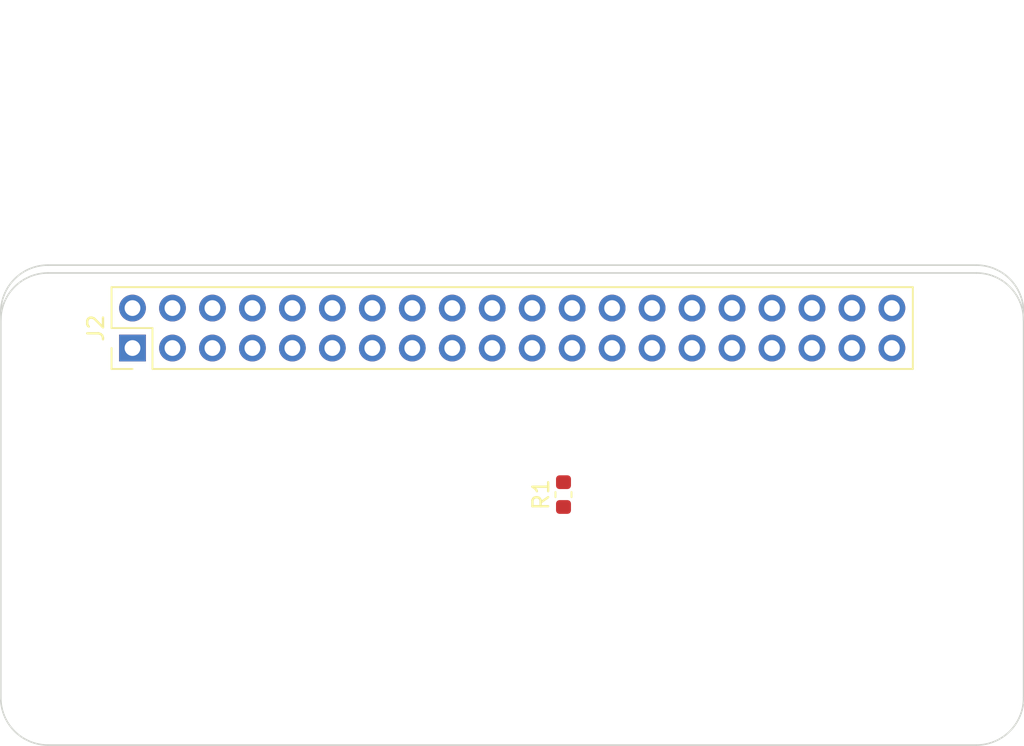
<source format=kicad_pcb>
(kicad_pcb (version 20171130) (host pcbnew 5.1.4-e60b266~84~ubuntu18.04.1)

  (general
    (thickness 1.6)
    (drawings 20)
    (tracks 0)
    (zones 0)
    (modules 6)
    (nets 43)
  )

  (page A4)
  (layers
    (0 F.Cu signal)
    (31 B.Cu signal)
    (34 B.Paste user)
    (35 F.Paste user)
    (36 B.SilkS user)
    (37 F.SilkS user)
    (38 B.Mask user)
    (39 F.Mask user)
    (40 Dwgs.User user hide)
    (41 Cmts.User user)
    (44 Edge.Cuts user)
    (48 B.Fab user)
    (49 F.Fab user)
  )

  (setup
    (last_trace_width 0.25)
    (user_trace_width 0.01)
    (user_trace_width 0.02)
    (user_trace_width 0.05)
    (user_trace_width 0.1)
    (user_trace_width 0.2)
    (trace_clearance 0.2)
    (zone_clearance 0.508)
    (zone_45_only no)
    (trace_min 0.01)
    (via_size 0.6)
    (via_drill 0.4)
    (via_min_size 0.4)
    (via_min_drill 0.3)
    (uvia_size 0.3)
    (uvia_drill 0.1)
    (uvias_allowed no)
    (uvia_min_size 0.2)
    (uvia_min_drill 0.1)
    (edge_width 0.1)
    (segment_width 0.2)
    (pcb_text_width 0.3)
    (pcb_text_size 1.5 1.5)
    (mod_edge_width 0.15)
    (mod_text_size 1 1)
    (mod_text_width 0.15)
    (pad_size 2.75 2.75)
    (pad_drill 2.75)
    (pad_to_mask_clearance 0)
    (aux_axis_origin 0 0)
    (visible_elements 7FFFFFFF)
    (pcbplotparams
      (layerselection 0x01330_80000001)
      (usegerberextensions false)
      (usegerberattributes false)
      (usegerberadvancedattributes false)
      (creategerberjobfile false)
      (excludeedgelayer true)
      (linewidth 0.100000)
      (plotframeref false)
      (viasonmask false)
      (mode 1)
      (useauxorigin false)
      (hpglpennumber 1)
      (hpglpenspeed 20)
      (hpglpendiameter 15.000000)
      (psnegative false)
      (psa4output false)
      (plotreference true)
      (plotvalue true)
      (plotinvisibletext false)
      (padsonsilk false)
      (subtractmaskfromsilk false)
      (outputformat 4)
      (mirror false)
      (drillshape 2)
      (scaleselection 1)
      (outputdirectory "meta/"))
  )

  (net 0 "")
  (net 1 "Net-(J2-Pad1)")
  (net 2 "Net-(J2-Pad2)")
  (net 3 "Net-(J2-Pad3)")
  (net 4 "Net-(J2-Pad4)")
  (net 5 "Net-(J2-Pad5)")
  (net 6 "Net-(J2-Pad6)")
  (net 7 "Net-(J2-Pad7)")
  (net 8 "Net-(J2-Pad8)")
  (net 9 "Net-(J2-Pad9)")
  (net 10 "Net-(J2-Pad10)")
  (net 11 "Net-(J2-Pad11)")
  (net 12 "Net-(J2-Pad12)")
  (net 13 "Net-(J2-Pad13)")
  (net 14 "Net-(J2-Pad14)")
  (net 15 "Net-(J2-Pad15)")
  (net 16 "Net-(J2-Pad16)")
  (net 17 "Net-(J2-Pad17)")
  (net 18 "Net-(J2-Pad18)")
  (net 19 "Net-(J2-Pad19)")
  (net 20 "Net-(J2-Pad20)")
  (net 21 "Net-(J2-Pad21)")
  (net 22 "Net-(J2-Pad22)")
  (net 23 "Net-(J2-Pad23)")
  (net 24 "Net-(J2-Pad24)")
  (net 25 "Net-(J2-Pad25)")
  (net 26 "Net-(J2-Pad26)")
  (net 27 "Net-(J2-Pad27)")
  (net 28 "Net-(J2-Pad28)")
  (net 29 "Net-(J2-Pad29)")
  (net 30 "Net-(J2-Pad30)")
  (net 31 "Net-(J2-Pad31)")
  (net 32 "Net-(J2-Pad32)")
  (net 33 "Net-(J2-Pad33)")
  (net 34 "Net-(J2-Pad34)")
  (net 35 "Net-(J2-Pad35)")
  (net 36 "Net-(J2-Pad36)")
  (net 37 "Net-(J2-Pad37)")
  (net 38 "Net-(J2-Pad38)")
  (net 39 "Net-(J2-Pad39)")
  (net 40 "Net-(J2-Pad40)")
  (net 41 "Net-(R1-Pad2)")
  (net 42 "Net-(R1-Pad1)")

  (net_class Default "This is the default net class."
    (clearance 0.2)
    (trace_width 0.25)
    (via_dia 0.6)
    (via_drill 0.4)
    (uvia_dia 0.3)
    (uvia_drill 0.1)
    (add_net "Net-(J2-Pad1)")
    (add_net "Net-(J2-Pad10)")
    (add_net "Net-(J2-Pad11)")
    (add_net "Net-(J2-Pad12)")
    (add_net "Net-(J2-Pad13)")
    (add_net "Net-(J2-Pad14)")
    (add_net "Net-(J2-Pad15)")
    (add_net "Net-(J2-Pad16)")
    (add_net "Net-(J2-Pad17)")
    (add_net "Net-(J2-Pad18)")
    (add_net "Net-(J2-Pad19)")
    (add_net "Net-(J2-Pad2)")
    (add_net "Net-(J2-Pad20)")
    (add_net "Net-(J2-Pad21)")
    (add_net "Net-(J2-Pad22)")
    (add_net "Net-(J2-Pad23)")
    (add_net "Net-(J2-Pad24)")
    (add_net "Net-(J2-Pad25)")
    (add_net "Net-(J2-Pad26)")
    (add_net "Net-(J2-Pad27)")
    (add_net "Net-(J2-Pad28)")
    (add_net "Net-(J2-Pad29)")
    (add_net "Net-(J2-Pad3)")
    (add_net "Net-(J2-Pad30)")
    (add_net "Net-(J2-Pad31)")
    (add_net "Net-(J2-Pad32)")
    (add_net "Net-(J2-Pad33)")
    (add_net "Net-(J2-Pad34)")
    (add_net "Net-(J2-Pad35)")
    (add_net "Net-(J2-Pad36)")
    (add_net "Net-(J2-Pad37)")
    (add_net "Net-(J2-Pad38)")
    (add_net "Net-(J2-Pad39)")
    (add_net "Net-(J2-Pad4)")
    (add_net "Net-(J2-Pad40)")
    (add_net "Net-(J2-Pad5)")
    (add_net "Net-(J2-Pad6)")
    (add_net "Net-(J2-Pad7)")
    (add_net "Net-(J2-Pad8)")
    (add_net "Net-(J2-Pad9)")
    (add_net "Net-(R1-Pad1)")
    (add_net "Net-(R1-Pad2)")
  )

  (module Resistors_SMD:R_0603_1608Metric (layer F.Cu) (tedit 5B301BBD) (tstamp 5DD1968A)
    (at 48.26 38.5825 90)
    (descr "Resistor SMD 0603 (1608 Metric), square (rectangular) end terminal, IPC_7351 nominal, (Body size source: http://www.tortai-tech.com/upload/download/2011102023233369053.pdf), generated with kicad-footprint-generator")
    (tags resistor)
    (path /5DD181FA)
    (attr smd)
    (fp_text reference R1 (at 0 -1.43 90) (layer F.SilkS)
      (effects (font (size 1 1) (thickness 0.15)))
    )
    (fp_text value R (at 0 1.43 90) (layer F.Fab)
      (effects (font (size 1 1) (thickness 0.15)))
    )
    (fp_text user %R (at 0 0 90) (layer F.Fab)
      (effects (font (size 0.4 0.4) (thickness 0.06)))
    )
    (fp_line (start 1.48 0.73) (end -1.48 0.73) (layer F.CrtYd) (width 0.05))
    (fp_line (start 1.48 -0.73) (end 1.48 0.73) (layer F.CrtYd) (width 0.05))
    (fp_line (start -1.48 -0.73) (end 1.48 -0.73) (layer F.CrtYd) (width 0.05))
    (fp_line (start -1.48 0.73) (end -1.48 -0.73) (layer F.CrtYd) (width 0.05))
    (fp_line (start -0.162779 0.51) (end 0.162779 0.51) (layer F.SilkS) (width 0.12))
    (fp_line (start -0.162779 -0.51) (end 0.162779 -0.51) (layer F.SilkS) (width 0.12))
    (fp_line (start 0.8 0.4) (end -0.8 0.4) (layer F.Fab) (width 0.1))
    (fp_line (start 0.8 -0.4) (end 0.8 0.4) (layer F.Fab) (width 0.1))
    (fp_line (start -0.8 -0.4) (end 0.8 -0.4) (layer F.Fab) (width 0.1))
    (fp_line (start -0.8 0.4) (end -0.8 -0.4) (layer F.Fab) (width 0.1))
    (pad 2 smd roundrect (at 0.7875 0 90) (size 0.875 0.95) (layers F.Cu F.Paste F.Mask) (roundrect_rratio 0.25)
      (net 41 "Net-(R1-Pad2)"))
    (pad 1 smd roundrect (at -0.7875 0 90) (size 0.875 0.95) (layers F.Cu F.Paste F.Mask) (roundrect_rratio 0.25)
      (net 42 "Net-(R1-Pad1)"))
    (model ${KISYS3DMOD}/Resistor_SMD.3dshapes/R_0603_1608Metric.wrl
      (at (xyz 0 0 0))
      (scale (xyz 1 1 1))
      (rotate (xyz 0 0 0))
    )
  )

  (module Pin_Headers:PinHeader_2x20_P2.54mm_Vertical locked (layer F.Cu) (tedit 59FED5CC) (tstamp 5DD19679)
    (at 20.87 29.27 90)
    (descr "Through hole straight pin header, 2x20, 2.54mm pitch, double rows")
    (tags "Through hole pin header THT 2x20 2.54mm double row")
    (path /5516AE26)
    (fp_text reference J2 (at 1.27 -2.33 90) (layer F.SilkS)
      (effects (font (size 1 1) (thickness 0.15)))
    )
    (fp_text value RPi_GPIO (at 1.27 50.59 90) (layer F.Fab)
      (effects (font (size 1 1) (thickness 0.15)))
    )
    (fp_text user %R (at 1.27 24.13) (layer F.Fab)
      (effects (font (size 1 1) (thickness 0.15)))
    )
    (fp_line (start 4.35 -1.8) (end -1.8 -1.8) (layer F.CrtYd) (width 0.05))
    (fp_line (start 4.35 50.05) (end 4.35 -1.8) (layer F.CrtYd) (width 0.05))
    (fp_line (start -1.8 50.05) (end 4.35 50.05) (layer F.CrtYd) (width 0.05))
    (fp_line (start -1.8 -1.8) (end -1.8 50.05) (layer F.CrtYd) (width 0.05))
    (fp_line (start -1.33 -1.33) (end 0 -1.33) (layer F.SilkS) (width 0.12))
    (fp_line (start -1.33 0) (end -1.33 -1.33) (layer F.SilkS) (width 0.12))
    (fp_line (start 1.27 -1.33) (end 3.87 -1.33) (layer F.SilkS) (width 0.12))
    (fp_line (start 1.27 1.27) (end 1.27 -1.33) (layer F.SilkS) (width 0.12))
    (fp_line (start -1.33 1.27) (end 1.27 1.27) (layer F.SilkS) (width 0.12))
    (fp_line (start 3.87 -1.33) (end 3.87 49.59) (layer F.SilkS) (width 0.12))
    (fp_line (start -1.33 1.27) (end -1.33 49.59) (layer F.SilkS) (width 0.12))
    (fp_line (start -1.33 49.59) (end 3.87 49.59) (layer F.SilkS) (width 0.12))
    (fp_line (start -1.27 0) (end 0 -1.27) (layer F.Fab) (width 0.1))
    (fp_line (start -1.27 49.53) (end -1.27 0) (layer F.Fab) (width 0.1))
    (fp_line (start 3.81 49.53) (end -1.27 49.53) (layer F.Fab) (width 0.1))
    (fp_line (start 3.81 -1.27) (end 3.81 49.53) (layer F.Fab) (width 0.1))
    (fp_line (start 0 -1.27) (end 3.81 -1.27) (layer F.Fab) (width 0.1))
    (pad 40 thru_hole oval (at 2.54 48.26 90) (size 1.7 1.7) (drill 1) (layers *.Cu *.Mask)
      (net 40 "Net-(J2-Pad40)"))
    (pad 39 thru_hole oval (at 0 48.26 90) (size 1.7 1.7) (drill 1) (layers *.Cu *.Mask)
      (net 39 "Net-(J2-Pad39)"))
    (pad 38 thru_hole oval (at 2.54 45.72 90) (size 1.7 1.7) (drill 1) (layers *.Cu *.Mask)
      (net 38 "Net-(J2-Pad38)"))
    (pad 37 thru_hole oval (at 0 45.72 90) (size 1.7 1.7) (drill 1) (layers *.Cu *.Mask)
      (net 37 "Net-(J2-Pad37)"))
    (pad 36 thru_hole oval (at 2.54 43.18 90) (size 1.7 1.7) (drill 1) (layers *.Cu *.Mask)
      (net 36 "Net-(J2-Pad36)"))
    (pad 35 thru_hole oval (at 0 43.18 90) (size 1.7 1.7) (drill 1) (layers *.Cu *.Mask)
      (net 35 "Net-(J2-Pad35)"))
    (pad 34 thru_hole oval (at 2.54 40.64 90) (size 1.7 1.7) (drill 1) (layers *.Cu *.Mask)
      (net 34 "Net-(J2-Pad34)"))
    (pad 33 thru_hole oval (at 0 40.64 90) (size 1.7 1.7) (drill 1) (layers *.Cu *.Mask)
      (net 33 "Net-(J2-Pad33)"))
    (pad 32 thru_hole oval (at 2.54 38.1 90) (size 1.7 1.7) (drill 1) (layers *.Cu *.Mask)
      (net 32 "Net-(J2-Pad32)"))
    (pad 31 thru_hole oval (at 0 38.1 90) (size 1.7 1.7) (drill 1) (layers *.Cu *.Mask)
      (net 31 "Net-(J2-Pad31)"))
    (pad 30 thru_hole oval (at 2.54 35.56 90) (size 1.7 1.7) (drill 1) (layers *.Cu *.Mask)
      (net 30 "Net-(J2-Pad30)"))
    (pad 29 thru_hole oval (at 0 35.56 90) (size 1.7 1.7) (drill 1) (layers *.Cu *.Mask)
      (net 29 "Net-(J2-Pad29)"))
    (pad 28 thru_hole oval (at 2.54 33.02 90) (size 1.7 1.7) (drill 1) (layers *.Cu *.Mask)
      (net 28 "Net-(J2-Pad28)"))
    (pad 27 thru_hole oval (at 0 33.02 90) (size 1.7 1.7) (drill 1) (layers *.Cu *.Mask)
      (net 27 "Net-(J2-Pad27)"))
    (pad 26 thru_hole oval (at 2.54 30.48 90) (size 1.7 1.7) (drill 1) (layers *.Cu *.Mask)
      (net 26 "Net-(J2-Pad26)"))
    (pad 25 thru_hole oval (at 0 30.48 90) (size 1.7 1.7) (drill 1) (layers *.Cu *.Mask)
      (net 25 "Net-(J2-Pad25)"))
    (pad 24 thru_hole oval (at 2.54 27.94 90) (size 1.7 1.7) (drill 1) (layers *.Cu *.Mask)
      (net 24 "Net-(J2-Pad24)"))
    (pad 23 thru_hole oval (at 0 27.94 90) (size 1.7 1.7) (drill 1) (layers *.Cu *.Mask)
      (net 23 "Net-(J2-Pad23)"))
    (pad 22 thru_hole oval (at 2.54 25.4 90) (size 1.7 1.7) (drill 1) (layers *.Cu *.Mask)
      (net 22 "Net-(J2-Pad22)"))
    (pad 21 thru_hole oval (at 0 25.4 90) (size 1.7 1.7) (drill 1) (layers *.Cu *.Mask)
      (net 21 "Net-(J2-Pad21)"))
    (pad 20 thru_hole oval (at 2.54 22.86 90) (size 1.7 1.7) (drill 1) (layers *.Cu *.Mask)
      (net 20 "Net-(J2-Pad20)"))
    (pad 19 thru_hole oval (at 0 22.86 90) (size 1.7 1.7) (drill 1) (layers *.Cu *.Mask)
      (net 19 "Net-(J2-Pad19)"))
    (pad 18 thru_hole oval (at 2.54 20.32 90) (size 1.7 1.7) (drill 1) (layers *.Cu *.Mask)
      (net 18 "Net-(J2-Pad18)"))
    (pad 17 thru_hole oval (at 0 20.32 90) (size 1.7 1.7) (drill 1) (layers *.Cu *.Mask)
      (net 17 "Net-(J2-Pad17)"))
    (pad 16 thru_hole oval (at 2.54 17.78 90) (size 1.7 1.7) (drill 1) (layers *.Cu *.Mask)
      (net 16 "Net-(J2-Pad16)"))
    (pad 15 thru_hole oval (at 0 17.78 90) (size 1.7 1.7) (drill 1) (layers *.Cu *.Mask)
      (net 15 "Net-(J2-Pad15)"))
    (pad 14 thru_hole oval (at 2.54 15.24 90) (size 1.7 1.7) (drill 1) (layers *.Cu *.Mask)
      (net 14 "Net-(J2-Pad14)"))
    (pad 13 thru_hole oval (at 0 15.24 90) (size 1.7 1.7) (drill 1) (layers *.Cu *.Mask)
      (net 13 "Net-(J2-Pad13)"))
    (pad 12 thru_hole oval (at 2.54 12.7 90) (size 1.7 1.7) (drill 1) (layers *.Cu *.Mask)
      (net 12 "Net-(J2-Pad12)"))
    (pad 11 thru_hole oval (at 0 12.7 90) (size 1.7 1.7) (drill 1) (layers *.Cu *.Mask)
      (net 11 "Net-(J2-Pad11)"))
    (pad 10 thru_hole oval (at 2.54 10.16 90) (size 1.7 1.7) (drill 1) (layers *.Cu *.Mask)
      (net 10 "Net-(J2-Pad10)"))
    (pad 9 thru_hole oval (at 0 10.16 90) (size 1.7 1.7) (drill 1) (layers *.Cu *.Mask)
      (net 9 "Net-(J2-Pad9)"))
    (pad 8 thru_hole oval (at 2.54 7.62 90) (size 1.7 1.7) (drill 1) (layers *.Cu *.Mask)
      (net 8 "Net-(J2-Pad8)"))
    (pad 7 thru_hole oval (at 0 7.62 90) (size 1.7 1.7) (drill 1) (layers *.Cu *.Mask)
      (net 7 "Net-(J2-Pad7)"))
    (pad 6 thru_hole oval (at 2.54 5.08 90) (size 1.7 1.7) (drill 1) (layers *.Cu *.Mask)
      (net 6 "Net-(J2-Pad6)"))
    (pad 5 thru_hole oval (at 0 5.08 90) (size 1.7 1.7) (drill 1) (layers *.Cu *.Mask)
      (net 5 "Net-(J2-Pad5)"))
    (pad 4 thru_hole oval (at 2.54 2.54 90) (size 1.7 1.7) (drill 1) (layers *.Cu *.Mask)
      (net 4 "Net-(J2-Pad4)"))
    (pad 3 thru_hole oval (at 0 2.54 90) (size 1.7 1.7) (drill 1) (layers *.Cu *.Mask)
      (net 3 "Net-(J2-Pad3)"))
    (pad 2 thru_hole oval (at 2.54 0 90) (size 1.7 1.7) (drill 1) (layers *.Cu *.Mask)
      (net 2 "Net-(J2-Pad2)"))
    (pad 1 thru_hole rect (at 0 0 90) (size 1.7 1.7) (drill 1) (layers *.Cu *.Mask)
      (net 1 "Net-(J2-Pad1)"))
    (model ${KISYS3DMOD}/Connector_PinHeader_2.54mm.3dshapes/PinHeader_2x20_P2.54mm_Vertical.wrl
      (at (xyz 0 0 0))
      (scale (xyz 1 1 1))
      (rotate (xyz 0 0 0))
    )
  )

  (module RPi_Hat:RPi_Hat_Mounting_Hole locked (layer F.Cu) (tedit 55217CCB) (tstamp 58B743A7)
    (at 16 51)
    (descr "Mounting hole, Befestigungsbohrung, 2,7mm, No Annular, Kein Restring,")
    (tags "Mounting hole, Befestigungsbohrung, 2,7mm, No Annular, Kein Restring,")
    (fp_text reference "" (at 0 -4.0005) (layer F.SilkS) hide
      (effects (font (size 1 1) (thickness 0.15)))
    )
    (fp_text value "" (at 0.09906 3.59918) (layer F.Fab) hide
      (effects (font (size 1 1) (thickness 0.15)))
    )
    (fp_circle (center 0 0) (end 1.375 0) (layer F.Fab) (width 0.15))
    (fp_circle (center 0 0) (end 3.1 0) (layer F.Fab) (width 0.15))
    (fp_circle (center 0 0) (end 3.1 0) (layer B.Fab) (width 0.15))
    (fp_circle (center 0 0) (end 1.375 0) (layer B.Fab) (width 0.15))
    (fp_circle (center 0 0) (end 3.1 0) (layer F.CrtYd) (width 0.15))
    (fp_circle (center 0 0) (end 3.1 0) (layer B.CrtYd) (width 0.15))
    (pad "" np_thru_hole circle (at 0 0) (size 2.75 2.75) (drill 2.75) (layers *.Cu *.Mask)
      (solder_mask_margin 1.725) (clearance 1.725))
  )

  (module RPi_Hat:RPi_Hat_Mounting_Hole locked (layer F.Cu) (tedit 55217C7B) (tstamp 5515DEA9)
    (at 74 28)
    (descr "Mounting hole, Befestigungsbohrung, 2,7mm, No Annular, Kein Restring,")
    (tags "Mounting hole, Befestigungsbohrung, 2,7mm, No Annular, Kein Restring,")
    (fp_text reference "" (at 0 -4.0005) (layer F.SilkS) hide
      (effects (font (size 1 1) (thickness 0.15)))
    )
    (fp_text value "" (at 0.09906 3.59918) (layer F.Fab) hide
      (effects (font (size 1 1) (thickness 0.15)))
    )
    (fp_circle (center 0 0) (end 1.375 0) (layer F.Fab) (width 0.15))
    (fp_circle (center 0 0) (end 3.1 0) (layer F.Fab) (width 0.15))
    (fp_circle (center 0 0) (end 3.1 0) (layer B.Fab) (width 0.15))
    (fp_circle (center 0 0) (end 1.375 0) (layer B.Fab) (width 0.15))
    (fp_circle (center 0 0) (end 3.1 0) (layer F.CrtYd) (width 0.15))
    (fp_circle (center 0 0) (end 3.1 0) (layer B.CrtYd) (width 0.15))
    (pad "" np_thru_hole circle (at 0 0) (size 2.75 2.75) (drill 2.75) (layers *.Cu *.Mask)
      (solder_mask_margin 1.725) (clearance 1.725))
  )

  (module RPi_Hat:RPi_Hat_Mounting_Hole locked (layer F.Cu) (tedit 55217CCB) (tstamp 55169DC9)
    (at 74 51)
    (descr "Mounting hole, Befestigungsbohrung, 2,7mm, No Annular, Kein Restring,")
    (tags "Mounting hole, Befestigungsbohrung, 2,7mm, No Annular, Kein Restring,")
    (fp_text reference "" (at 0 -4.0005) (layer F.SilkS) hide
      (effects (font (size 1 1) (thickness 0.15)))
    )
    (fp_text value "" (at 0.09906 3.59918) (layer F.Fab) hide
      (effects (font (size 1 1) (thickness 0.15)))
    )
    (fp_circle (center 0 0) (end 1.375 0) (layer F.Fab) (width 0.15))
    (fp_circle (center 0 0) (end 3.1 0) (layer F.Fab) (width 0.15))
    (fp_circle (center 0 0) (end 3.1 0) (layer B.Fab) (width 0.15))
    (fp_circle (center 0 0) (end 1.375 0) (layer B.Fab) (width 0.15))
    (fp_circle (center 0 0) (end 3.1 0) (layer F.CrtYd) (width 0.15))
    (fp_circle (center 0 0) (end 3.1 0) (layer B.CrtYd) (width 0.15))
    (pad "" np_thru_hole circle (at 0 0) (size 2.75 2.75) (drill 2.75) (layers *.Cu *.Mask)
      (solder_mask_margin 1.725) (clearance 1.725))
  )

  (module RPi_Hat:RPi_Hat_Mounting_Hole locked (layer F.Cu) (tedit 55217CA2) (tstamp 5515DEBF)
    (at 16 28)
    (descr "Mounting hole, Befestigungsbohrung, 2,7mm, No Annular, Kein Restring,")
    (tags "Mounting hole, Befestigungsbohrung, 2,7mm, No Annular, Kein Restring,")
    (fp_text reference "" (at 0 -4.0005) (layer F.SilkS) hide
      (effects (font (size 1 1) (thickness 0.15)))
    )
    (fp_text value "" (at 0.09906 3.59918) (layer F.Fab) hide
      (effects (font (size 1 1) (thickness 0.15)))
    )
    (fp_circle (center 0 0) (end 1.375 0) (layer F.Fab) (width 0.15))
    (fp_circle (center 0 0) (end 3.1 0) (layer F.Fab) (width 0.15))
    (fp_circle (center 0 0) (end 3.1 0) (layer B.Fab) (width 0.15))
    (fp_circle (center 0 0) (end 1.375 0) (layer B.Fab) (width 0.15))
    (fp_circle (center 0 0) (end 3.1 0) (layer F.CrtYd) (width 0.15))
    (fp_circle (center 0 0) (end 3.1 0) (layer B.CrtYd) (width 0.15))
    (pad "" np_thru_hole circle (at 0 0) (size 2.75 2.75) (drill 2.75) (layers *.Cu *.Mask)
      (solder_mask_margin 1.725) (clearance 1.725))
  )

  (gr_arc (start 15.5 27.5) (end 12.5 27.5) (angle 90) (layer Edge.Cuts) (width 0.1) (tstamp 5B55F169))
  (gr_line (start 15.5 24.5) (end 74.5 24.5) (angle 90) (layer Edge.Cuts) (width 0.1) (tstamp 5B55F01C))
  (gr_arc (start 74.5 27.5) (end 74.5 24.5) (angle 90) (layer Edge.Cuts) (width 0.1) (tstamp 5B55EED3))
  (dimension 30.5 (width 0.15) (layer Dwgs.User)
    (gr_text "30.5 mm (SMT socket)" (at 88.05 39.25 270) (layer Dwgs.User)
      (effects (font (size 1.5 1.5) (thickness 0.15)))
    )
    (feature1 (pts (xy 78.5 54.5) (xy 89.1 54.5)))
    (feature2 (pts (xy 78.5 24) (xy 89.1 24)))
    (crossbar (pts (xy 87 24) (xy 87 54.5)))
    (arrow1a (pts (xy 87 54.5) (xy 86.413579 53.373496)))
    (arrow1b (pts (xy 87 54.5) (xy 87.586421 53.373496)))
    (arrow2a (pts (xy 87 24) (xy 86.413579 25.126504)))
    (arrow2b (pts (xy 87 24) (xy 87.586421 25.126504)))
  )
  (dimension 30 (width 0.15) (layer Dwgs.User)
    (gr_text "30 mm (Thru-hole)" (at 83.05 39.5 270) (layer Dwgs.User)
      (effects (font (size 1.5 1.5) (thickness 0.15)))
    )
    (feature1 (pts (xy 78.5 54.5) (xy 84.1 54.5)))
    (feature2 (pts (xy 78.5 24.5) (xy 84.1 24.5)))
    (crossbar (pts (xy 82 24.5) (xy 82 54.5)))
    (arrow1a (pts (xy 82 54.5) (xy 81.413579 53.373496)))
    (arrow1b (pts (xy 82 54.5) (xy 82.586421 53.373496)))
    (arrow2a (pts (xy 82 24.5) (xy 81.413579 25.626504)))
    (arrow2b (pts (xy 82 24.5) (xy 82.586421 25.626504)))
  )
  (dimension 23 (width 0.15) (layer Dwgs.User)
    (gr_text "23.000 mm" (at 7.95 39.5 90) (layer Dwgs.User)
      (effects (font (size 1.5 1.5) (thickness 0.15)))
    )
    (feature1 (pts (xy 11.5 28) (xy 6.9 28)))
    (feature2 (pts (xy 11.5 51) (xy 6.9 51)))
    (crossbar (pts (xy 9 51) (xy 9 28)))
    (arrow1a (pts (xy 9 28) (xy 9.586421 29.126504)))
    (arrow1b (pts (xy 9 28) (xy 8.413579 29.126504)))
    (arrow2a (pts (xy 9 51) (xy 9.586421 49.873496)))
    (arrow2b (pts (xy 9 51) (xy 8.413579 49.873496)))
  )
  (gr_text "Select one of these board edges depending \nupon the type of socket that is used." (at 20.5 9.5) (layer Cmts.User)
    (effects (font (size 1.5 1.5) (thickness 0.15)) (justify left))
  )
  (dimension 3.5 (width 0.15) (layer Dwgs.User)
    (gr_text "3.5 mm" (at 21 58.5) (layer Dwgs.User)
      (effects (font (size 1.5 1.5) (thickness 0.15)))
    )
    (feature1 (pts (xy 16.068883 55.2811) (xy 16.068883 60.3811)))
    (feature2 (pts (xy 12.568883 55.2811) (xy 12.568883 60.3811)))
    (crossbar (pts (xy 12.568883 58.2811) (xy 16.068883 58.2811)))
    (arrow1a (pts (xy 16.068883 58.2811) (xy 14.942379 58.867521)))
    (arrow1b (pts (xy 16.068883 58.2811) (xy 14.942379 57.694679)))
    (arrow2a (pts (xy 12.568883 58.2811) (xy 13.695387 58.867521)))
    (arrow2b (pts (xy 12.568883 58.2811) (xy 13.695387 57.694679)))
  )
  (dimension 3.5 (width 0.15) (layer Dwgs.User) (tstamp 55169E80)
    (gr_text "3.5 mm" (at 22.5 46 270) (layer Dwgs.User) (tstamp 55169E80)
      (effects (font (size 1.5 1.5) (thickness 0.15)))
    )
    (feature1 (pts (xy 20 54.5) (xy 24.6 54.5)))
    (feature2 (pts (xy 20 51) (xy 24.6 51)))
    (crossbar (pts (xy 22.5 51) (xy 22.5 54.5)))
    (arrow1a (pts (xy 22.5 54.5) (xy 21.913579 53.373496)))
    (arrow1b (pts (xy 22.5 54.5) (xy 23.086421 53.373496)))
    (arrow2a (pts (xy 22.5 51) (xy 21.913579 52.126504)))
    (arrow2b (pts (xy 22.5 51) (xy 23.086421 52.126504)))
  )
  (dimension 29 (width 0.15) (layer Dwgs.User)
    (gr_text "29 mm" (at 30.5 35.849999) (layer Dwgs.User)
      (effects (font (size 1.5 1.5) (thickness 0.15)))
    )
    (feature1 (pts (xy 45 32) (xy 45 37.199999)))
    (feature2 (pts (xy 16 32) (xy 16 37.199999)))
    (crossbar (pts (xy 16 34.499999) (xy 45 34.499999)))
    (arrow1a (pts (xy 45 34.499999) (xy 43.873496 35.08642)))
    (arrow1b (pts (xy 45 34.499999) (xy 43.873496 33.913578)))
    (arrow2a (pts (xy 16 34.499999) (xy 17.126504 35.08642)))
    (arrow2b (pts (xy 16 34.499999) (xy 17.126504 33.913578)))
  )
  (dimension 58 (width 0.15) (layer Dwgs.User)
    (gr_text "58 mm" (at 45 19.15) (layer Dwgs.User)
      (effects (font (size 1.5 1.5) (thickness 0.15)))
    )
    (feature1 (pts (xy 74 23) (xy 74 17.8)))
    (feature2 (pts (xy 16 23) (xy 16 17.8)))
    (crossbar (pts (xy 16 20.5) (xy 74 20.5)))
    (arrow1a (pts (xy 74 20.5) (xy 72.873496 21.086421)))
    (arrow1b (pts (xy 74 20.5) (xy 72.873496 19.913579)))
    (arrow2a (pts (xy 16 20.5) (xy 17.126504 21.086421)))
    (arrow2b (pts (xy 16 20.5) (xy 17.126504 19.913579)))
  )
  (dimension 65 (width 0.15) (layer Dwgs.User)
    (gr_text "65 mm" (at 45 14.65) (layer Dwgs.User)
      (effects (font (size 1.5 1.5) (thickness 0.15)))
    )
    (feature1 (pts (xy 77.5 23) (xy 77.5 13.3)))
    (feature2 (pts (xy 12.5 23) (xy 12.5 13.3)))
    (crossbar (pts (xy 12.5 16) (xy 77.5 16)))
    (arrow1a (pts (xy 77.5 16) (xy 76.373496 16.586421)))
    (arrow1b (pts (xy 77.5 16) (xy 76.373496 15.413579)))
    (arrow2a (pts (xy 12.5 16) (xy 13.626504 16.586421)))
    (arrow2b (pts (xy 12.5 16) (xy 13.626504 15.413579)))
  )
  (gr_arc (start 74.5 51.5) (end 77.5 51.5) (angle 90) (layer Edge.Cuts) (width 0.1) (tstamp 55157FFB))
  (gr_arc (start 15.5 51.5) (end 15.5 54.5) (angle 90) (layer Edge.Cuts) (width 0.1) (tstamp 55157FCE))
  (gr_arc (start 15.5 27) (end 12.5 27) (angle 90) (layer Edge.Cuts) (width 0.1) (tstamp 55157F8A))
  (gr_arc (start 74.5 27) (end 74.5 24) (angle 90) (layer Edge.Cuts) (width 0.1) (tstamp 55157F2C))
  (gr_line (start 12.5 27) (end 12.5 51.5) (layer Edge.Cuts) (width 0.1))
  (gr_line (start 15.5 54.5) (end 74.5 54.5) (angle 90) (layer Edge.Cuts) (width 0.1))
  (gr_line (start 77.5 27) (end 77.5 51.5) (angle 90) (layer Edge.Cuts) (width 0.1))
  (gr_line (start 15.5 24) (end 74.5 24) (angle 90) (layer Edge.Cuts) (width 0.1))

)

</source>
